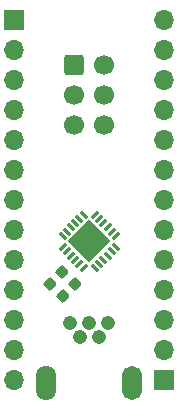
<source format=gts>
%TF.GenerationSoftware,KiCad,Pcbnew,6.0.2+dfsg-1*%
%TF.CreationDate,2022-08-12T08:44:16-04:00*%
%TF.ProjectId,attiny_devboard,61747469-6e79-45f6-9465-76626f617264,rev?*%
%TF.SameCoordinates,Original*%
%TF.FileFunction,Soldermask,Top*%
%TF.FilePolarity,Negative*%
%FSLAX46Y46*%
G04 Gerber Fmt 4.6, Leading zero omitted, Abs format (unit mm)*
G04 Created by KiCad (PCBNEW 6.0.2+dfsg-1) date 2022-08-12 08:44:16*
%MOMM*%
%LPD*%
G01*
G04 APERTURE LIST*
G04 Aperture macros list*
%AMRoundRect*
0 Rectangle with rounded corners*
0 $1 Rounding radius*
0 $2 $3 $4 $5 $6 $7 $8 $9 X,Y pos of 4 corners*
0 Add a 4 corners polygon primitive as box body*
4,1,4,$2,$3,$4,$5,$6,$7,$8,$9,$2,$3,0*
0 Add four circle primitives for the rounded corners*
1,1,$1+$1,$2,$3*
1,1,$1+$1,$4,$5*
1,1,$1+$1,$6,$7*
1,1,$1+$1,$8,$9*
0 Add four rect primitives between the rounded corners*
20,1,$1+$1,$2,$3,$4,$5,0*
20,1,$1+$1,$4,$5,$6,$7,0*
20,1,$1+$1,$6,$7,$8,$9,0*
20,1,$1+$1,$8,$9,$2,$3,0*%
%AMRotRect*
0 Rectangle, with rotation*
0 The origin of the aperture is its center*
0 $1 length*
0 $2 width*
0 $3 Rotation angle, in degrees counterclockwise*
0 Add horizontal line*
21,1,$1,$2,0,0,$3*%
G04 Aperture macros list end*
%ADD10RoundRect,0.225000X-0.335876X-0.017678X-0.017678X-0.335876X0.335876X0.017678X0.017678X0.335876X0*%
%ADD11RoundRect,0.250000X-0.600000X-0.600000X0.600000X-0.600000X0.600000X0.600000X-0.600000X0.600000X0*%
%ADD12C,1.700000*%
%ADD13RoundRect,0.062500X-0.203293X-0.291682X0.291682X0.203293X0.203293X0.291682X-0.291682X-0.203293X0*%
%ADD14RoundRect,0.062500X0.203293X-0.291682X0.291682X-0.203293X-0.203293X0.291682X-0.291682X0.203293X0*%
%ADD15RotRect,2.600000X2.600000X45.000000*%
%ADD16O,1.700000X2.900000*%
%ADD17O,1.700000X2.980000*%
%ADD18C,1.208000*%
%ADD19R,1.700000X1.700000*%
%ADD20O,1.700000X1.700000*%
G04 APERTURE END LIST*
D10*
%TO.C,C2*%
X135087992Y-98511992D03*
X136184008Y-99608008D03*
%TD*%
%TO.C,C1*%
X136103992Y-97495992D03*
X137200008Y-98592008D03*
%TD*%
D11*
%TO.C,J1*%
X137160000Y-80010000D03*
D12*
X139700000Y-80010000D03*
X137160000Y-82550000D03*
X139700000Y-82550000D03*
X137160000Y-85090000D03*
X139700000Y-85090000D03*
%TD*%
D13*
%TO.C,U1*%
X136176097Y-95437476D03*
X136529651Y-95791029D03*
X136883204Y-96144583D03*
X137236757Y-96498136D03*
X137590311Y-96851689D03*
X137943864Y-97205243D03*
D14*
X138916136Y-97205243D03*
X139269689Y-96851689D03*
X139623243Y-96498136D03*
X139976796Y-96144583D03*
X140330349Y-95791029D03*
X140683903Y-95437476D03*
D13*
X140683903Y-94465204D03*
X140330349Y-94111651D03*
X139976796Y-93758097D03*
X139623243Y-93404544D03*
X139269689Y-93050991D03*
X138916136Y-92697437D03*
D14*
X137943864Y-92697437D03*
X137590311Y-93050991D03*
X137236757Y-93404544D03*
X136883204Y-93758097D03*
X136529651Y-94111651D03*
X136176097Y-94465204D03*
D15*
X138430000Y-94951340D03*
%TD*%
D16*
%TO.C,J2*%
X142080000Y-106904000D03*
D17*
X134780000Y-106904000D03*
D18*
X140030000Y-101854000D03*
X139230000Y-103054000D03*
X138430000Y-101854000D03*
X137630000Y-103054000D03*
X136830000Y-101854000D03*
%TD*%
D19*
%TO.C,J4*%
X144780000Y-106680000D03*
D20*
X144780000Y-104140000D03*
X144780000Y-101600000D03*
X144780000Y-99060000D03*
X144780000Y-96520000D03*
X144780000Y-93980000D03*
X144780000Y-91440000D03*
X144780000Y-88900000D03*
X144780000Y-86360000D03*
X144780000Y-83820000D03*
X144780000Y-81280000D03*
X144780000Y-78740000D03*
X144780000Y-76200000D03*
%TD*%
D19*
%TO.C,J3*%
X132080000Y-76200000D03*
D20*
X132080000Y-78740000D03*
X132080000Y-81280000D03*
X132080000Y-83820000D03*
X132080000Y-86360000D03*
X132080000Y-88900000D03*
X132080000Y-91440000D03*
X132080000Y-93980000D03*
X132080000Y-96520000D03*
X132080000Y-99060000D03*
X132080000Y-101600000D03*
X132080000Y-104140000D03*
X132080000Y-106680000D03*
%TD*%
M02*

</source>
